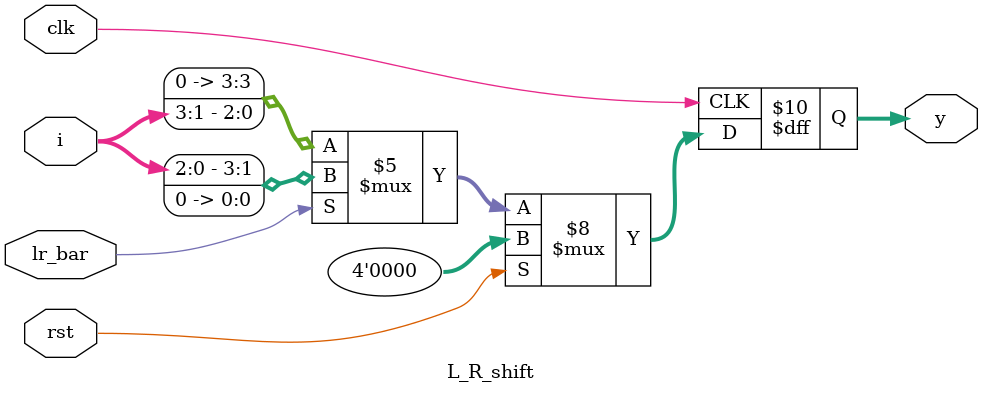
<source format=v>
`timescale 1ns / 1ps


module L_R_shift(
input clk,rst,lr_bar,
input[3:0]i,
output reg[3:0]y);
always @(posedge clk)
begin
if(rst)
y<=4'b0000;
else
begin
if(lr_bar)
y<=(i<<1);
else
y<=(i>>1);
end
end
endmodule

</source>
